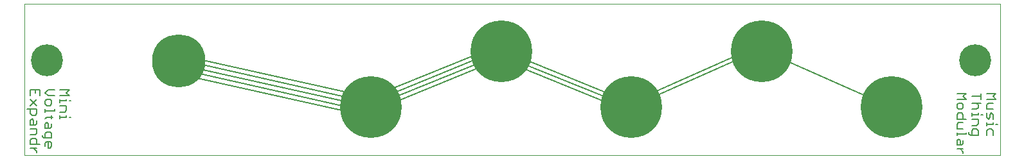
<source format=gtl>
G75*
%MOIN*%
%OFA0B0*%
%FSLAX24Y24*%
%IPPOS*%
%LPD*%
%AMOC8*
5,1,8,0,0,1.08239X$1,22.5*
%
%ADD10C,0.0000*%
%ADD11C,0.0080*%
%ADD12C,0.0070*%
%ADD13C,0.1660*%
%ADD14C,0.3195*%
%ADD15C,0.2762*%
D10*
X002680Y001850D02*
X002680Y009724D01*
X053271Y009724D01*
X053271Y001850D01*
X002680Y001850D01*
D11*
X010600Y006100D02*
X020600Y003850D01*
X020600Y004100D02*
X010600Y006350D01*
X010600Y007100D01*
X020600Y004850D01*
X027350Y007600D01*
X027350Y007350D02*
X034100Y004600D01*
X040850Y007600D01*
X040850Y007350D02*
X034100Y004350D01*
X027350Y007100D01*
X020600Y004350D01*
X010600Y006600D01*
X010600Y006850D01*
X020600Y004600D01*
X027350Y007350D01*
X027350Y006850D02*
X020600Y004100D01*
X027350Y006850D02*
X034100Y004100D01*
X040850Y007350D02*
X047600Y004350D01*
X051050Y004318D02*
X051128Y004240D01*
X051285Y004240D01*
X051364Y004318D01*
X051364Y004475D01*
X051285Y004554D01*
X051128Y004554D01*
X051050Y004475D01*
X051050Y004318D01*
X051128Y004047D02*
X051285Y004047D01*
X051364Y003969D01*
X051364Y003734D01*
X051520Y003734D02*
X051050Y003734D01*
X051050Y003969D01*
X051128Y004047D01*
X051820Y004047D02*
X051820Y003890D01*
X051820Y003969D02*
X052134Y003969D01*
X052134Y004047D01*
X052290Y003969D02*
X052369Y003969D01*
X052590Y004047D02*
X052590Y003812D01*
X052668Y003734D01*
X052747Y003812D01*
X052747Y003969D01*
X052825Y004047D01*
X052904Y003969D01*
X052904Y003734D01*
X052904Y003541D02*
X052904Y003462D01*
X052590Y003462D01*
X052590Y003384D02*
X052590Y003541D01*
X052134Y003474D02*
X052055Y003396D01*
X051820Y003396D01*
X052134Y003474D02*
X052134Y003710D01*
X051820Y003710D01*
X051364Y003541D02*
X051128Y003541D01*
X051050Y003462D01*
X051050Y003227D01*
X051364Y003227D01*
X051663Y003046D02*
X051663Y002968D01*
X051742Y002889D01*
X052134Y002889D01*
X052134Y003125D01*
X052055Y003203D01*
X051898Y003203D01*
X051820Y003125D01*
X051820Y002889D01*
X051520Y002956D02*
X051050Y002956D01*
X051050Y003034D02*
X051050Y002877D01*
X051128Y002697D02*
X051207Y002618D01*
X051207Y002383D01*
X051285Y002383D02*
X051050Y002383D01*
X051050Y002618D01*
X051128Y002697D01*
X051364Y002618D02*
X051364Y002461D01*
X051285Y002383D01*
X051207Y002190D02*
X051364Y002033D01*
X051364Y001955D01*
X051364Y002190D02*
X051050Y002190D01*
X052590Y002889D02*
X052590Y003125D01*
X052668Y003203D01*
X052825Y003203D01*
X052904Y003125D01*
X052904Y002889D01*
X051520Y002956D02*
X051520Y003034D01*
X053060Y003462D02*
X053139Y003462D01*
X052904Y004240D02*
X052590Y004240D01*
X052590Y004475D01*
X052668Y004554D01*
X052904Y004554D01*
X052290Y004554D02*
X051820Y004554D01*
X052055Y004554D02*
X052134Y004475D01*
X052134Y004318D01*
X052055Y004240D01*
X051820Y004240D01*
X051520Y004746D02*
X051050Y004746D01*
X051364Y004903D02*
X051520Y004746D01*
X051364Y004903D02*
X051520Y005060D01*
X051050Y005060D01*
X051820Y004903D02*
X052290Y004903D01*
X052290Y005060D02*
X052290Y004746D01*
X052590Y004746D02*
X053060Y004746D01*
X052904Y004903D01*
X053060Y005060D01*
X052590Y005060D01*
D12*
X005092Y004671D02*
X005012Y004671D01*
X004852Y004671D02*
X004531Y004671D01*
X004531Y004751D02*
X004531Y004591D01*
X004852Y004671D02*
X004852Y004751D01*
X004082Y004671D02*
X004002Y004751D01*
X003842Y004751D01*
X003761Y004671D01*
X003761Y004510D01*
X003842Y004430D01*
X004002Y004430D01*
X004082Y004510D01*
X004082Y004671D01*
X004531Y004413D02*
X004852Y004413D01*
X004852Y004173D01*
X004772Y004093D01*
X004531Y004093D01*
X004531Y003907D02*
X004531Y003746D01*
X004531Y003827D02*
X004852Y003827D01*
X004852Y003907D01*
X005012Y003827D02*
X005092Y003827D01*
X004162Y003827D02*
X003842Y003827D01*
X003761Y003746D01*
X004082Y003746D02*
X004082Y003907D01*
X003761Y004084D02*
X003761Y004244D01*
X003761Y004164D02*
X004242Y004164D01*
X004242Y004244D01*
X003312Y004244D02*
X003312Y004004D01*
X003232Y003924D01*
X003072Y003924D01*
X002991Y004004D01*
X002991Y004244D01*
X002831Y004244D02*
X003312Y004244D01*
X003312Y004430D02*
X002991Y004751D01*
X003312Y004751D02*
X002991Y004430D01*
X002991Y004937D02*
X002991Y005257D01*
X003472Y005257D01*
X003472Y004937D01*
X003232Y005097D02*
X003232Y005257D01*
X003761Y005097D02*
X003922Y004937D01*
X004242Y004937D01*
X004531Y004937D02*
X005012Y004937D01*
X004852Y005097D01*
X005012Y005257D01*
X004531Y005257D01*
X004242Y005257D02*
X003922Y005257D01*
X003761Y005097D01*
X003312Y003658D02*
X003312Y003498D01*
X003232Y003418D01*
X002991Y003418D01*
X002991Y003658D01*
X003072Y003738D01*
X003152Y003658D01*
X003152Y003418D01*
X003761Y003489D02*
X003842Y003569D01*
X003922Y003489D01*
X003922Y003249D01*
X004002Y003249D02*
X003761Y003249D01*
X003761Y003489D01*
X004082Y003489D02*
X004082Y003329D01*
X004002Y003249D01*
X004002Y003063D02*
X003842Y003063D01*
X003761Y002982D01*
X003761Y002742D01*
X003681Y002742D02*
X004082Y002742D01*
X004082Y002982D01*
X004002Y003063D01*
X003601Y002902D02*
X003601Y002822D01*
X003681Y002742D01*
X003312Y002645D02*
X003312Y002405D01*
X003472Y002405D02*
X002991Y002405D01*
X002991Y002645D01*
X003072Y002725D01*
X003232Y002725D01*
X003312Y002645D01*
X003761Y002476D02*
X003842Y002556D01*
X004002Y002556D01*
X004082Y002476D01*
X004082Y002316D01*
X004002Y002236D01*
X003922Y002236D01*
X003922Y002556D01*
X003761Y002476D02*
X003761Y002316D01*
X003312Y002219D02*
X002991Y002219D01*
X003152Y002219D02*
X003312Y002058D01*
X003312Y001978D01*
X003232Y002911D02*
X002991Y002911D01*
X003232Y002911D02*
X003312Y002991D01*
X003312Y003231D01*
X002991Y003231D01*
D13*
X003861Y006771D03*
X051971Y006771D03*
D14*
X047650Y004347D03*
X034155Y004353D03*
X027400Y007254D03*
X040912Y007256D03*
X020650Y004352D03*
D15*
X010690Y006737D03*
M02*

</source>
